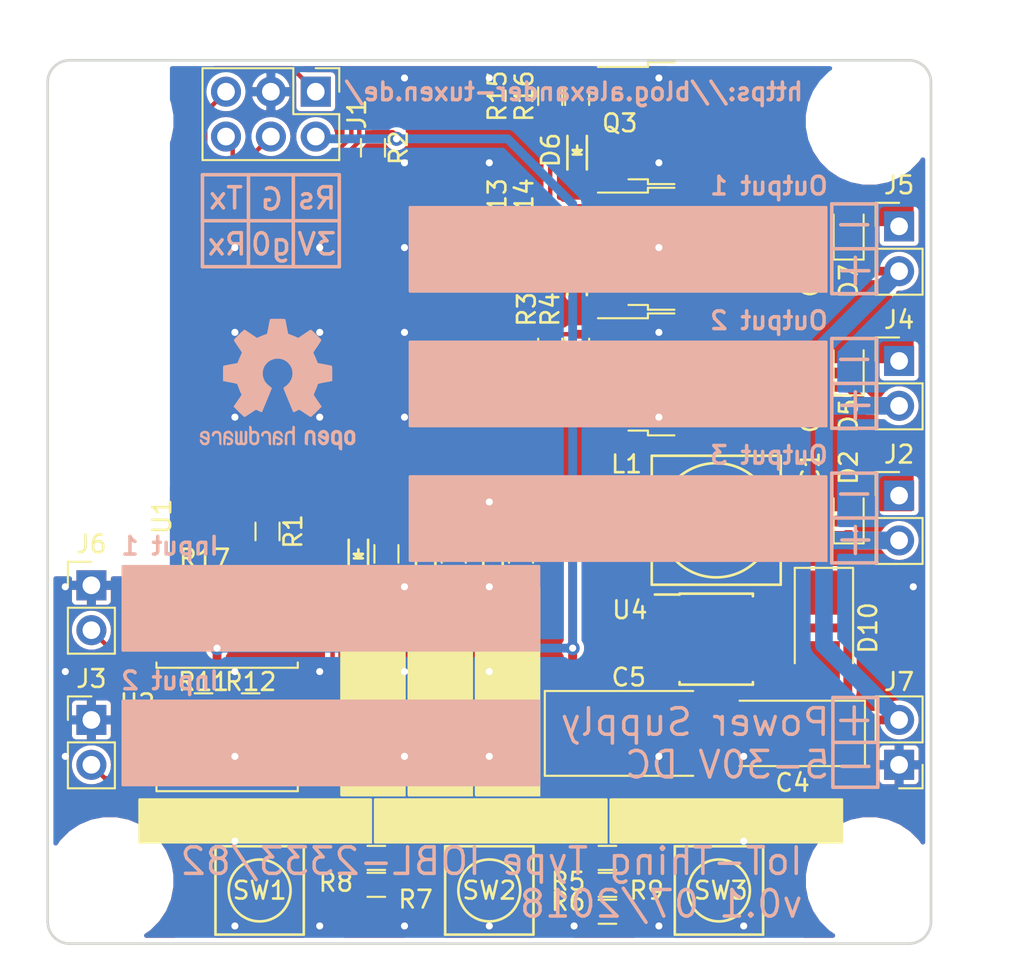
<source format=kicad_pcb>
(kicad_pcb (version 20171130) (host pcbnew 5.0.0-rc3-unknown-eaf938c~65~ubuntu16.04.1)
  (layers (0 F.Cu signal) (31 B.Cu signal) (34 B.Paste user) (35 F.Paste user) (36 B.SilkS user) (37 F.SilkS user) (38 B.Mask user) (39 F.Mask user) (44 Edge.Cuts user))
  (net 0 "")
  (net 1 +12V)
  (net 2 "Net-(C1-Pad2)")
  (net 3 "Net-(C2-Pad2)")
  (net 4 "Net-(C3-Pad2)")
  (net 5 GND)
  (net 6 +3V3)
  (net 7 "Net-(D1-Pad2)")
  (net 8 "Net-(D3-Pad1)")
  (net 9 /ESP-12E/ESP_GPIO10)
  (net 10 "Net-(D4-Pad2)")
  (net 11 "Net-(D6-Pad2)")
  (net 12 /ESP-12E/ESP_GPIO16)
  (net 13 "Net-(D8-Pad1)")
  (net 14 /ESP-12E/ESP_GPIO14)
  (net 15 "Net-(D9-Pad1)")
  (net 16 "Net-(D10-Pad1)")
  (net 17 /ESP-12E/ESP_RXD)
  (net 18 /ESP-12E/ESP_TXD)
  (net 19 /ESP-12E/gpio0)
  (net 20 /ESP-12E/reset)
  (net 21 "Net-(J3-Pad2)")
  (net 22 "Net-(J6-Pad2)")
  (net 23 /ESP-12E/ESP_GPIO5)
  (net 24 /ESP-12E/ESP_GPIO4)
  (net 25 /ESP-12E/ESP_GPIO9)
  (net 26 "Net-(R1-Pad1)")
  (net 27 "Net-(R2-Pad2)")
  (net 28 /ESP-12E/ESP_ADC)
  (net 29 "Net-(R7-Pad1)")
  (net 30 "Net-(R8-Pad1)")
  (net 31 "Net-(R9-Pad1)")
  (net 32 "Net-(R11-Pad2)")
  (net 33 /ESP-12E/ESP_GPIO12)
  (net 34 "Net-(R17-Pad2)")
  (net 35 /ESP-12E/ESP_GPIO13)
  (net 36 "Net-(U1-Pad9)")
  (net 37 "Net-(U1-Pad10)")
  (net 38 "Net-(U1-Pad13)")
  (net 39 "Net-(U1-Pad14)")
  (module alis_parts:via_04 (layer F.Cu) (at 1 34.6)
    (fp_text reference "" hide)
    (fp_text value "")
    (pad 1 thru_hole circle (at 0 0) (size 0.8 0.8) (drill 0.4) (layers *.Cu) (net 5 GND))
  )
  (module alis_parts:via_04 (layer F.Cu) (at 15.4 34.6)
    (fp_text reference "" hide)
    (fp_text value "")
    (pad 1 thru_hole circle (at 0 0) (size 0.8 0.8) (drill 0.4) (layers *.Cu) (net 5 GND))
  )
  (module alis_parts:via_04 (layer F.Cu) (at 10.6 34.6)
    (fp_text reference "" hide)
    (fp_text value "")
    (pad 1 thru_hole circle (at 0 0) (size 0.8 0.8) (drill 0.4) (layers *.Cu) (net 5 GND))
  )
  (module alis_parts:via_04 (layer F.Cu) (at 20.2 34.6)
    (fp_text reference "" hide)
    (fp_text value "")
    (pad 1 thru_hole circle (at 0 0) (size 0.8 0.8) (drill 0.4) (layers *.Cu) (net 5 GND))
  )
  (module alis_parts:via_04 (layer F.Cu) (at 25 34.6)
    (fp_text reference "" hide)
    (fp_text value "")
    (pad 1 thru_hole circle (at 0 0) (size 0.8 0.8) (drill 0.4) (layers *.Cu) (net 5 GND))
  )
  (module alis_parts:via_04 (layer F.Cu) (at 34.6 39.4)
    (fp_text reference "" hide)
    (fp_text value "")
    (pad 1 thru_hole circle (at 0 0) (size 0.8 0.8) (drill 0.4) (layers *.Cu) (net 5 GND))
  )
  (module alis_parts:via_04 (layer F.Cu) (at 39.4 39.4)
    (fp_text reference "" hide)
    (fp_text value "")
    (pad 1 thru_hole circle (at 0 0) (size 0.8 0.8) (drill 0.4) (layers *.Cu) (net 5 GND))
  )
  (module alis_parts:via_04 (layer F.Cu) (at 39.4 44.2)
    (fp_text reference "" hide)
    (fp_text value "")
    (pad 1 thru_hole circle (at 0 0) (size 0.8 0.8) (drill 0.4) (layers *.Cu) (net 5 GND))
  )
  (module alis_parts:via_04 (layer F.Cu) (at 39.4 49)
    (fp_text reference "" hide)
    (fp_text value "")
    (pad 1 thru_hole circle (at 0 0) (size 0.8 0.8) (drill 0.4) (layers *.Cu) (net 5 GND))
  )
  (module alis_parts:via_04 (layer F.Cu) (at 34.6 49)
    (fp_text reference "" hide)
    (fp_text value "")
    (pad 1 thru_hole circle (at 0 0) (size 0.8 0.8) (drill 0.4) (layers *.Cu) (net 5 GND))
  )
  (module alis_parts:via_04 (layer F.Cu) (at 29.8 49)
    (fp_text reference "" hide)
    (fp_text value "")
    (pad 1 thru_hole circle (at 0 0) (size 0.8 0.8) (drill 0.4) (layers *.Cu) (net 5 GND))
  )
  (module alis_parts:via_04 (layer F.Cu) (at 25 49)
    (fp_text reference "" hide)
    (fp_text value "")
    (pad 1 thru_hole circle (at 0 0) (size 0.8 0.8) (drill 0.4) (layers *.Cu) (net 5 GND))
  )
  (module alis_parts:via_04 (layer F.Cu) (at 20.2 49)
    (fp_text reference "" hide)
    (fp_text value "")
    (pad 1 thru_hole circle (at 0 0) (size 0.8 0.8) (drill 0.4) (layers *.Cu) (net 5 GND))
  )
  (module alis_parts:via_04 (layer F.Cu) (at 15.4 49)
    (fp_text reference "" hide)
    (fp_text value "")
    (pad 1 thru_hole circle (at 0 0) (size 0.8 0.8) (drill 0.4) (layers *.Cu) (net 5 GND))
  )
  (module alis_parts:via_04 (layer F.Cu) (at 10.6 49)
    (fp_text reference "" hide)
    (fp_text value "")
    (pad 1 thru_hole circle (at 0 0) (size 0.8 0.8) (drill 0.4) (layers *.Cu) (net 5 GND))
  )
  (module alis_parts:via_04 (layer F.Cu) (at 10.6 44.2)
    (fp_text reference "" hide)
    (fp_text value "")
    (pad 1 thru_hole circle (at 0 0) (size 0.8 0.8) (drill 0.4) (layers *.Cu) (net 5 GND))
  )
  (module alis_parts:via_04 (layer F.Cu) (at 25 39.4)
    (fp_text reference "" hide)
    (fp_text value "")
    (pad 1 thru_hole circle (at 0 0) (size 0.8 0.8) (drill 0.4) (layers *.Cu) (net 5 GND))
  )
  (module alis_parts:via_04 (layer F.Cu) (at 20.2 39.4)
    (fp_text reference "" hide)
    (fp_text value "")
    (pad 1 thru_hole circle (at 0 0) (size 0.8 0.8) (drill 0.4) (layers *.Cu) (net 5 GND))
  )
  (module alis_parts:via_04 (layer F.Cu) (at 10.6 39.4)
    (fp_text reference "" hide)
    (fp_text value "")
    (pad 1 thru_hole circle (at 0 0) (size 0.8 0.8) (drill 0.4) (layers *.Cu) (net 5 GND))
  )
  (module alis_parts:via_04 (layer F.Cu) (at 1 39.4)
    (fp_text reference "" hide)
    (fp_text value "")
    (pad 1 thru_hole circle (at 0 0) (size 0.8 0.8) (drill 0.4) (layers *.Cu) (net 5 GND))
  )
  (module alis_parts:via_04 (layer F.Cu) (at 49 29.8)
    (fp_text reference "" hide)
    (fp_text value "")
    (pad 1 thru_hole circle (at 0 0) (size 0.8 0.8) (drill 0.4) (layers *.Cu) (net 5 GND))
  )
  (module alis_parts:via_04 (layer F.Cu) (at 25 29.8)
    (fp_text reference "" hide)
    (fp_text value "")
    (pad 1 thru_hole circle (at 0 0) (size 0.8 0.8) (drill 0.4) (layers *.Cu) (net 5 GND))
  )
  (module alis_parts:via_04 (layer F.Cu) (at 20.2 29.8)
    (fp_text reference "" hide)
    (fp_text value "")
    (pad 1 thru_hole circle (at 0 0) (size 0.8 0.8) (drill 0.4) (layers *.Cu) (net 5 GND))
  )
  (module alis_parts:via_04 (layer F.Cu) (at 1 29.8)
    (fp_text reference "" hide)
    (fp_text value "")
    (pad 1 thru_hole circle (at 0 0) (size 0.8 0.8) (drill 0.4) (layers *.Cu) (net 5 GND))
  )
  (module alis_parts:via_04 (layer F.Cu) (at 25 25)
    (fp_text reference "" hide)
    (fp_text value "")
    (pad 1 thru_hole circle (at 0 0) (size 0.8 0.8) (drill 0.4) (layers *.Cu) (net 5 GND))
  )
  (module alis_parts:via_04 (layer F.Cu) (at 34.6 20.2)
    (fp_text reference "" hide)
    (fp_text value "")
    (pad 1 thru_hole circle (at 0 0) (size 0.8 0.8) (drill 0.4) (layers *.Cu) (net 5 GND))
  )
  (module alis_parts:via_04 (layer F.Cu) (at 20.2 20.2)
    (fp_text reference "" hide)
    (fp_text value "")
    (pad 1 thru_hole circle (at 0 0) (size 0.8 0.8) (drill 0.4) (layers *.Cu) (net 5 GND))
  )
  (module alis_parts:via_04 (layer F.Cu) (at 15.4 20.2)
    (fp_text reference "" hide)
    (fp_text value "")
    (pad 1 thru_hole circle (at 0 0) (size 0.8 0.8) (drill 0.4) (layers *.Cu) (net 5 GND))
  )
  (module alis_parts:via_04 (layer F.Cu) (at 10.6 20.2)
    (fp_text reference "" hide)
    (fp_text value "")
    (pad 1 thru_hole circle (at 0 0) (size 0.8 0.8) (drill 0.4) (layers *.Cu) (net 5 GND))
  )
  (module alis_parts:via_04 (layer F.Cu) (at 34.6 15.4)
    (fp_text reference "" hide)
    (fp_text value "")
    (pad 1 thru_hole circle (at 0 0) (size 0.8 0.8) (drill 0.4) (layers *.Cu) (net 5 GND))
  )
  (module alis_parts:via_04 (layer F.Cu) (at 20.2 15.4)
    (fp_text reference "" hide)
    (fp_text value "")
    (pad 1 thru_hole circle (at 0 0) (size 0.8 0.8) (drill 0.4) (layers *.Cu) (net 5 GND))
  )
  (module alis_parts:via_04 (layer F.Cu) (at 15.4 15.4)
    (fp_text reference "" hide)
    (fp_text value "")
    (pad 1 thru_hole circle (at 0 0) (size 0.8 0.8) (drill 0.4) (layers *.Cu) (net 5 GND))
  )
  (module alis_parts:via_04 (layer F.Cu) (at 10.6 15.4)
    (fp_text reference "" hide)
    (fp_text value "")
    (pad 1 thru_hole circle (at 0 0) (size 0.8 0.8) (drill 0.4) (layers *.Cu) (net 5 GND))
  )
  (module alis_parts:via_04 (layer F.Cu) (at 34.6 10.6)
    (fp_text reference "" hide)
    (fp_text value "")
    (pad 1 thru_hole circle (at 0 0) (size 0.8 0.8) (drill 0.4) (layers *.Cu) (net 5 GND))
  )
  (module alis_parts:via_04 (layer F.Cu) (at 20.2 10.6)
    (fp_text reference "" hide)
    (fp_text value "")
    (pad 1 thru_hole circle (at 0 0) (size 0.8 0.8) (drill 0.4) (layers *.Cu) (net 5 GND))
  )
  (module alis_parts:via_04 (layer F.Cu) (at 15.4 10.6)
    (fp_text reference "" hide)
    (fp_text value "")
    (pad 1 thru_hole circle (at 0 0) (size 0.8 0.8) (drill 0.4) (layers *.Cu) (net 5 GND))
  )
  (module alis_parts:via_04 (layer F.Cu) (at 10.6 10.6)
    (fp_text reference "" hide)
    (fp_text value "")
    (pad 1 thru_hole circle (at 0 0) (size 0.8 0.8) (drill 0.4) (layers *.Cu) (net 5 GND))
  )
  (module alis_parts:via_04 (layer F.Cu) (at 34.6 5.8)
    (fp_text reference "" hide)
    (fp_text value "")
    (pad 1 thru_hole circle (at 0 0) (size 0.8 0.8) (drill 0.4) (layers *.Cu) (net 5 GND))
  )
  (module alis_parts:via_04 (layer F.Cu) (at 25 5.8)
    (fp_text reference "" hide)
    (fp_text value "")
    (pad 1 thru_hole circle (at 0 0) (size 0.8 0.8) (drill 0.4) (layers *.Cu) (net 5 GND))
  )
  (module alis_parts:via_04 (layer F.Cu) (at 20.2 5.8)
    (fp_text reference "" hide)
    (fp_text value "")
    (pad 1 thru_hole circle (at 0 0) (size 0.8 0.8) (drill 0.4) (layers *.Cu) (net 5 GND))
  )
  (module alis_parts:via_04 (layer F.Cu) (at 34.6 1)
    (fp_text reference "" hide)
    (fp_text value "")
    (pad 1 thru_hole circle (at 0 0) (size 0.8 0.8) (drill 0.4) (layers *.Cu) (net 5 GND))
  )
  (module alis_parts:via_04 (layer F.Cu) (at 25 1)
    (fp_text reference "" hide)
    (fp_text value "")
    (pad 1 thru_hole circle (at 0 0) (size 0.8 0.8) (drill 0.4) (layers *.Cu) (net 5 GND))
  )
  (module alis_parts:via_04 (layer F.Cu) (at 20.2 1)
    (fp_text reference "" hide)
    (fp_text value "")
    (pad 1 thru_hole circle (at 0 0) (size 0.8 0.8) (drill 0.4) (layers *.Cu) (net 5 GND))
  )
  (module alis_parts:Pin_Header_Straight_2x03_Pitch2.54mm (layer F.Cu) (at 15.1765 1.778 270)
    (fp_text reference J1 (at 1.27 -2.33 270) (layer F.SilkS))
    (fp_text value "ESP UART")
    (pad 6 thru_hole oval (at 2.54 5.08 270) (size 1.7 1.7) (drill 1) (layers *.Cu *.Mask) (net 17 /ESP-12E/ESP_RXD))
    (pad 5 thru_hole oval (at 0 5.08 270) (size 1.7 1.7) (drill 1) (layers *.Cu *.Mask) (net 18 /ESP-12E/ESP_TXD))
    (pad 4 thru_hole oval (at 2.54 2.54 270) (size 1.7 1.7) (drill 1) (layers *.Cu *.Mask) (net 19 /ESP-12E/gpio0))
    (pad 3 thru_hole oval (at 0 2.54 270) (size 1.7 1.7) (drill 1) (layers *.Cu *.Mask) (net 5 GND))
    (pad 2 thru_hole oval (at 2.54 0 270) (size 1.7 1.7) (drill 1) (layers *.Cu *.Mask) (net 6 +3V3))
    (pad 1 thru_hole rect (at 0 0 270) (size 1.7 1.7) (drill 1) (layers *.Cu *.Mask) (net 20 /ESP-12E/reset))
  )
  (module alis_parts:MountingHole_3.2mm_M3 (layer F.Cu) (at 46.5 3.5)
    (fp_text reference M3 hide)
    (fp_text value MOUNTING_HOLE)
    (pad "" np_thru_hole circle (at 0.018 -0.056) (size 3.2 3.2) (drill 3.2) (layers *.Cu *.Mask) (clearance 2))
  )
  (module alis_parts:MountingHole_3.2mm_M3 (layer F.Cu) (at 3.5 46.5)
    (fp_text reference M1 hide)
    (fp_text value MOUNTING_HOLE)
    (pad "" np_thru_hole circle (at 0.018 -0.056) (size 3.2 3.2) (drill 3.2) (layers *.Cu *.Mask) (clearance 2))
  )
  (module alis_parts:MountingHole_3.2mm_M3 (layer F.Cu) (at 46.5 46.5)
    (fp_text reference M2 hide)
    (fp_text value MOUNTING_HOLE)
    (pad "" np_thru_hole circle (at 0.018 -0.056) (size 3.2 3.2) (drill 3.2) (layers *.Cu *.Mask) (clearance 2))
  )
  (module alis_parts:MountingHole_3.2mm_M3 (layer F.Cu) (at 3.5 3.5)
    (fp_text reference M4 hide)
    (fp_text value MOUNTING_HOLE)
    (pad "" np_thru_hole circle (at 0.018 -0.056) (size 3.2 3.2) (drill 3.2) (layers *.Cu *.Mask) (clearance 2))
  )
  (module alis_parts:Choke_SMD_7.3x7.3_H4.5 (layer F.Cu) (at 37.846 26.035)
    (fp_text reference L1 (at -5.08 -3.175) (layer F.SilkS))
    (fp_text value 100uH)
    (pad 2 smd rect (at 2.5 0) (size 3 7.5) (layers F.Cu F.Paste F.Mask) (net 16 "Net-(D10-Pad1)"))
    (pad 1 smd rect (at -2.5 0) (size 3 7.5) (layers F.Cu F.Paste F.Mask) (net 6 +3V3))
  )
  (module alis_parts:SOIC-8-1EP_3.9x4.9mm_Pitch1.27mm (layer F.Cu) (at 37.846 32.766)
    (fp_text reference U4 (at -4.8895 -1.651) (layer F.SilkS))
    (fp_text value LM2594HVM-3.3)
    (pad 9 smd rect (at -0.5875 -0.5875) (size 1.175 1.175) (layers F.Cu F.Paste F.Mask) (net 5 GND))
    (pad 9 smd rect (at -0.5875 0.5875) (size 1.175 1.175) (layers F.Cu F.Paste F.Mask) (net 5 GND))
    (pad 9 smd rect (at 0.5875 -0.5875) (size 1.175 1.175) (layers F.Cu F.Paste F.Mask) (net 5 GND))
    (pad 9 smd rect (at 0.5875 0.5875) (size 1.175 1.175) (layers F.Cu F.Paste F.Mask) (net 5 GND))
    (pad 8 smd rect (at 2.7 -1.905) (size 1.55 0.6) (layers F.Cu F.Paste F.Mask) (net 16 "Net-(D10-Pad1)"))
    (pad 7 smd rect (at 2.7 -0.635) (size 1.55 0.6) (layers F.Cu F.Paste F.Mask) (net 1 +12V))
    (pad 6 smd rect (at 2.7 0.635) (size 1.55 0.6) (layers F.Cu F.Paste F.Mask) (net 5 GND))
    (pad 5 smd rect (at 2.7 1.905) (size 1.55 0.6) (layers F.Cu F.Paste F.Mask) (net 5 GND))
    (pad 4 smd rect (at -2.7 1.905) (size 1.55 0.6) (layers F.Cu F.Paste F.Mask) (net 6 +3V3))
    (pad 3 smd rect (at -2.7 0.635) (size 1.55 0.6) (layers F.Cu F.Paste F.Mask) (net 5 GND))
    (pad 2 smd rect (at -2.7 -0.635) (size 1.55 0.6) (layers F.Cu F.Paste F.Mask) (net 5 GND))
    (pad 1 smd rect (at -2.7 -1.905) (size 1.55 0.6) (layers F.Cu F.Paste F.Mask) (net 5 GND))
  )
  (module alis_parts:LED-0603 (layer F.Cu) (at 25.2095 27.94 90)
    (fp_text reference D3 (at 2.9845 4.6355 90) (layer F.SilkS))
    (fp_text value LED)
    (pad 2 smd rect (at 0.7493 0 270) (size 0.79756 0.79756) (layers F.Cu F.Paste F.Mask) (net 25 /ESP-12E/ESP_GPIO9))
    (pad 1 smd rect (at -0.7493 0 270) (size 0.79756 0.79756) (layers F.Cu F.Paste F.Mask) (net 8 "Net-(D3-Pad1)"))
  )
  (module alis_parts:LED-0603 (layer F.Cu) (at 29.972 19.304 90)
    (fp_text reference D1 (at 0 -1.5 90) (layer F.SilkS))
    (fp_text value LED)
    (pad 2 smd rect (at 0.7493 0 270) (size 0.79756 0.79756) (layers F.Cu F.Paste F.Mask) (net 7 "Net-(D1-Pad2)"))
    (pad 1 smd rect (at -0.7493 0 270) (size 0.79756 0.79756) (layers F.Cu F.Paste F.Mask) (net 5 GND))
  )
  (module alis_parts:LED-0603 (layer F.Cu) (at 29.972 12.192 90)
    (fp_text reference D4 (at 0 -1.5 90) (layer F.SilkS))
    (fp_text value LED)
    (pad 2 smd rect (at 0.7493 0 270) (size 0.79756 0.79756) (layers F.Cu F.Paste F.Mask) (net 10 "Net-(D4-Pad2)"))
    (pad 1 smd rect (at -0.7493 0 270) (size 0.79756 0.79756) (layers F.Cu F.Paste F.Mask) (net 5 GND))
  )
  (module alis_parts:LED-0603 (layer F.Cu) (at 29.972 5.08 90)
    (fp_text reference D6 (at 0 -1.5 90) (layer F.SilkS))
    (fp_text value LED)
    (pad 2 smd rect (at 0.7493 0 270) (size 0.79756 0.79756) (layers F.Cu F.Paste F.Mask) (net 11 "Net-(D6-Pad2)"))
    (pad 1 smd rect (at -0.7493 0 270) (size 0.79756 0.79756) (layers F.Cu F.Paste F.Mask) (net 5 GND))
  )
  (module alis_parts:LED-0603 (layer F.Cu) (at 17.5895 27.94 90)
    (fp_text reference D8 (at 2.9845 7.1755 90) (layer F.SilkS))
    (fp_text value LED)
    (pad 2 smd rect (at 0.7493 0 270) (size 0.79756 0.79756) (layers F.Cu F.Paste F.Mask) (net 33 /ESP-12E/ESP_GPIO12))
    (pad 1 smd rect (at -0.7493 0 270) (size 0.79756 0.79756) (layers F.Cu F.Paste F.Mask) (net 13 "Net-(D8-Pad1)"))
  )
  (module alis_parts:LED-0603 (layer F.Cu) (at 21.3995 27.94 90)
    (fp_text reference D9 (at 2.9845 5.9055 90) (layer F.SilkS))
    (fp_text value LED)
    (pad 2 smd rect (at 0.7493 0 270) (size 0.79756 0.79756) (layers F.Cu F.Paste F.Mask) (net 35 /ESP-12E/ESP_GPIO13))
    (pad 1 smd rect (at -0.7493 0 270) (size 0.79756 0.79756) (layers F.Cu F.Paste F.Mask) (net 15 "Net-(D9-Pad1)"))
  )
  (module alis_parts:BUTTON_5.1 (layer F.Cu) (at 38 46.99)
    (fp_text reference SW3 (at 0.1 0) (layer F.SilkS))
    (fp_text value SW_PUSH)
    (pad 1 smd rect (at -3.65 -1.85) (size 1.7 1) (layers F.Cu F.Paste F.Mask) (net 31 "Net-(R9-Pad1)"))
    (pad 1 smd rect (at 3.65 -1.85) (size 1.7 1) (layers F.Cu F.Paste F.Mask) (net 31 "Net-(R9-Pad1)"))
    (pad 2 smd rect (at -3.65 1.85) (size 1.7 1) (layers F.Cu F.Paste F.Mask) (net 5 GND))
    (pad 2 smd rect (at 3.65 1.85) (size 1.7 1) (layers F.Cu F.Paste F.Mask) (net 5 GND))
  )
  (module alis_parts:BUTTON_5.1 (layer F.Cu) (at 12 46.99)
    (fp_text reference SW1 (at 0.0015 0) (layer F.SilkS))
    (fp_text value SW_PUSH)
    (pad 1 smd rect (at -3.65 -1.85) (size 1.7 1) (layers F.Cu F.Paste F.Mask) (net 29 "Net-(R7-Pad1)"))
    (pad 1 smd rect (at 3.65 -1.85) (size 1.7 1) (layers F.Cu F.Paste F.Mask) (net 29 "Net-(R7-Pad1)"))
    (pad 2 smd rect (at -3.65 1.85) (size 1.7 1) (layers F.Cu F.Paste F.Mask) (net 5 GND))
    (pad 2 smd rect (at 3.65 1.85) (size 1.7 1) (layers F.Cu F.Paste F.Mask) (net 5 GND))
  )
  (module alis_parts:BUTTON_5.1 (layer F.Cu) (at 25 46.99)
    (fp_text reference SW2 (at 0 0) (layer F.SilkS))
    (fp_text value SW_PUSH)
    (pad 2 smd rect (at 3.65 1.85) (size 1.7 1) (layers F.Cu F.Paste F.Mask) (net 5 GND))
    (pad 2 smd rect (at -3.65 1.85) (size 1.7 1) (layers F.Cu F.Paste F.Mask) (net 5 GND))
    (pad 1 smd rect (at 3.65 -1.85) (size 1.7 1) (layers F.Cu F.Paste F.Mask) (net 30 "Net-(R8-Pad1)"))
    (pad 1 smd rect (at -3.65 -1.85) (size 1.7 1) (layers F.Cu F.Paste F.Mask) (net 30 "Net-(R8-Pad1)"))
  )
  (module alis_parts:CP_Tantalum_Case-C_EIA-6032-28_Reflow (layer F.Cu) (at 42.164 38.1 180)
    (fp_text reference C4 (at 0 -2.794 180) (layer F.SilkS))
    (fp_text value 68uF)
    (pad 2 smd rect (at 2.525 0 180) (size 2.55 2.5) (layers F.Cu F.Paste F.Mask) (net 5 GND))
    (pad 1 smd rect (at -2.525 0 180) (size 2.55 2.5) (layers F.Cu F.Paste F.Mask) (net 1 +12V))
  )
  (module alis_parts:CP_Tantalum_Case-D_EIA-7343-31_Reflow (layer F.Cu) (at 32.893 38.1)
    (fp_text reference C5 (at 0 -3.175) (layer F.SilkS))
    (fp_text value 120uF)
    (pad 2 smd rect (at 3.175 0) (size 2.55 2.7) (layers F.Cu F.Paste F.Mask) (net 5 GND))
    (pad 1 smd rect (at -3.175 0) (size 2.55 2.7) (layers F.Cu F.Paste F.Mask) (net 6 +3V3))
  )
  (module alis_parts:D_SMA (layer F.Cu) (at 43.942 32.131 270)
    (fp_text reference D10 (at 0 -2.5 270) (layer F.SilkS))
    (fp_text value 1N5817)
    (pad 2 smd rect (at 2 0 270) (size 2.5 1.8) (layers F.Cu F.Paste F.Mask) (net 5 GND))
    (pad 1 smd rect (at -2 0 270) (size 2.5 1.8) (layers F.Cu F.Paste F.Mask) (net 16 "Net-(D10-Pad1)"))
  )
  (module alis_parts:R_0603 (layer F.Cu) (at 12.446 26.67 270)
    (fp_text reference R1 (at 0 -1.45 270) (layer F.SilkS))
    (fp_text value 10k)
    (pad 2 smd rect (at 0.75 0 270) (size 0.5 0.9) (layers F.Cu F.Paste F.Mask) (net 6 +3V3))
    (pad 1 smd rect (at -0.75 0 270) (size 0.5 0.9) (layers F.Cu F.Paste F.Mask) (net 26 "Net-(R1-Pad1)"))
  )
  (module alis_parts:R_0603 (layer F.Cu) (at 18.415 4.953 270)
    (fp_text reference R2 (at 0 -1.45 270) (layer F.SilkS))
    (fp_text value 10k)
    (pad 2 smd rect (at 0.75 0 270) (size 0.5 0.9) (layers F.Cu F.Paste F.Mask) (net 27 "Net-(R2-Pad2)"))
    (pad 1 smd rect (at -0.75 0 270) (size 0.5 0.9) (layers F.Cu F.Paste F.Mask) (net 6 +3V3))
  )
  (module alis_parts:R_0603 (layer F.Cu) (at 28.448 16.256 270)
    (fp_text reference R3 (at -2.159 1.3335 270) (layer F.SilkS))
    (fp_text value 10k)
    (pad 1 smd rect (at -0.75 0 270) (size 0.5 0.9) (layers F.Cu F.Paste F.Mask) (net 9 /ESP-12E/ESP_GPIO10))
    (pad 2 smd rect (at 0.75 0 270) (size 0.5 0.9) (layers F.Cu F.Paste F.Mask) (net 5 GND))
  )
  (module alis_parts:R_0603 (layer F.Cu) (at 29.972 16.256 270)
    (fp_text reference R4 (at -2.159 1.524 270) (layer F.SilkS))
    (fp_text value 330)
    (pad 2 smd rect (at 0.75 0 270) (size 0.5 0.9) (layers F.Cu F.Paste F.Mask) (net 7 "Net-(D1-Pad2)"))
    (pad 1 smd rect (at -0.75 0 270) (size 0.5 0.9) (layers F.Cu F.Paste F.Mask) (net 9 /ESP-12E/ESP_GPIO10))
  )
  (module alis_parts:R_0603 (layer F.Cu) (at 31.6865 45.1485 180)
    (fp_text reference R5 (at 2.2225 -1.3335 180) (layer F.SilkS))
    (fp_text value 12k)
    (pad 1 smd rect (at -0.75 0 180) (size 0.5 0.9) (layers F.Cu F.Paste F.Mask) (net 6 +3V3))
    (pad 2 smd rect (at 0.75 0 180) (size 0.5 0.9) (layers F.Cu F.Paste F.Mask) (net 28 /ESP-12E/ESP_ADC))
  )
  (module alis_parts:R_0603 (layer F.Cu) (at 31.6865 48.1965)
    (fp_text reference R6 (at -2.2225 -0.5715) (layer F.SilkS))
    (fp_text value 4k7)
    (pad 1 smd rect (at -0.75 0) (size 0.5 0.9) (layers F.Cu F.Paste F.Mask) (net 28 /ESP-12E/ESP_ADC))
    (pad 2 smd rect (at 0.75 0) (size 0.5 0.9) (layers F.Cu F.Paste F.Mask) (net 5 GND))
  )
  (module alis_parts:R_0603 (layer F.Cu) (at 18.6055 46.6725 180)
    (fp_text reference R7 (at -2.2225 -0.8255 180) (layer F.SilkS))
    (fp_text value 1R)
    (pad 2 smd rect (at 0.75 0 180) (size 0.5 0.9) (layers F.Cu F.Paste F.Mask) (net 28 /ESP-12E/ESP_ADC))
    (pad 1 smd rect (at -0.75 0 180) (size 0.5 0.9) (layers F.Cu F.Paste F.Mask) (net 29 "Net-(R7-Pad1)"))
  )
  (module alis_parts:R_0603 (layer F.Cu) (at 18.6055 45.1485 180)
    (fp_text reference R8 (at 2.286 -1.397 180) (layer F.SilkS))
    (fp_text value 1k)
    (pad 1 smd rect (at -0.75 0 180) (size 0.5 0.9) (layers F.Cu F.Paste F.Mask) (net 30 "Net-(R8-Pad1)"))
    (pad 2 smd rect (at 0.75 0 180) (size 0.5 0.9) (layers F.Cu F.Paste F.Mask) (net 28 /ESP-12E/ESP_ADC))
  )
  (module alis_parts:R_0603 (layer F.Cu) (at 31.6865 46.6725 180)
    (fp_text reference R9 (at -2.2225 -0.3175 180) (layer F.SilkS))
    (fp_text value 4k7)
    (pad 1 smd rect (at -0.75 0 180) (size 0.5 0.9) (layers F.Cu F.Paste F.Mask) (net 31 "Net-(R9-Pad1)"))
    (pad 2 smd rect (at 0.75 0 180) (size 0.5 0.9) (layers F.Cu F.Paste F.Mask) (net 28 /ESP-12E/ESP_ADC))
  )
  (module alis_parts:R_0603 (layer F.Cu) (at 26.797 27.94 90)
    (fp_text reference R10 (at 2.9845 4.318 90) (layer F.SilkS))
    (fp_text value 330)
    (pad 2 smd rect (at 0.75 0 90) (size 0.5 0.9) (layers F.Cu F.Paste F.Mask) (net 5 GND))
    (pad 1 smd rect (at -0.75 0 90) (size 0.5 0.9) (layers F.Cu F.Paste F.Mask) (net 8 "Net-(D3-Pad1)"))
  )
  (module alis_parts:R_0603 (layer F.Cu) (at 28.448 9.144 270)
    (fp_text reference R13 (at -1.016 2.995 270) (layer F.SilkS))
    (fp_text value 10k)
    (pad 2 smd rect (at 0.75 0 270) (size 0.5 0.9) (layers F.Cu F.Paste F.Mask) (net 5 GND))
    (pad 1 smd rect (at -0.75 0 270) (size 0.5 0.9) (layers F.Cu F.Paste F.Mask) (net 24 /ESP-12E/ESP_GPIO4))
  )
  (module alis_parts:R_0603 (layer F.Cu) (at 29.972 9.144 270)
    (fp_text reference R14 (at -1.016 2.995 270) (layer F.SilkS))
    (fp_text value 330)
    (pad 1 smd rect (at -0.75 0 270) (size 0.5 0.9) (layers F.Cu F.Paste F.Mask) (net 24 /ESP-12E/ESP_GPIO4))
    (pad 2 smd rect (at 0.75 0 270) (size 0.5 0.9) (layers F.Cu F.Paste F.Mask) (net 10 "Net-(D4-Pad2)"))
  )
  (module alis_parts:R_0603 (layer F.Cu) (at 28.448 2.032 270)
    (fp_text reference R15 (at 0 2.995 270) (layer F.SilkS))
    (fp_text value 10k)
    (pad 2 smd rect (at 0.75 0 270) (size 0.5 0.9) (layers F.Cu F.Paste F.Mask) (net 5 GND))
    (pad 1 smd rect (at -0.75 0 270) (size 0.5 0.9) (layers F.Cu F.Paste F.Mask) (net 23 /ESP-12E/ESP_GPIO5))
  )
  (module alis_parts:R_0603 (layer F.Cu) (at 29.972 2.032 270)
    (fp_text reference R16 (at 0 2.995 270) (layer F.SilkS))
    (fp_text value 330)
    (pad 1 smd rect (at -0.75 0 270) (size 0.5 0.9) (layers F.Cu F.Paste F.Mask) (net 23 /ESP-12E/ESP_GPIO5))
    (pad 2 smd rect (at 0.75 0 270) (size 0.5 0.9) (layers F.Cu F.Paste F.Mask) (net 11 "Net-(D6-Pad2)"))
  )
  (module alis_parts:R_0603 (layer F.Cu) (at 19.177 27.94 90)
    (fp_text reference R19 (at 2.9845 6.858 90) (layer F.SilkS))
    (fp_text value 330)
    (pad 2 smd rect (at 0.75 0 90) (size 0.5 0.9) (layers F.Cu F.Paste F.Mask) (net 5 GND))
    (pad 1 smd rect (at -0.75 0 90) (size 0.5 0.9) (layers F.Cu F.Paste F.Mask) (net 13 "Net-(D8-Pad1)"))
  )
  (module alis_parts:R_0603 (layer F.Cu) (at 22.987 27.94 90)
    (fp_text reference R20 (at 2.9845 5.588 90) (layer F.SilkS))
    (fp_text value 330)
    (pad 1 smd rect (at -0.75 0 90) (size 0.5 0.9) (layers F.Cu F.Paste F.Mask) (net 15 "Net-(D9-Pad1)"))
    (pad 2 smd rect (at 0.75 0 90) (size 0.5 0.9) (layers F.Cu F.Paste F.Mask) (net 5 GND))
  )
  (module alis_parts:D_SOD-323 (layer F.Cu) (at 45.339 25.8445 90)
    (fp_text reference D2 (at 2.794 0 90) (layer F.SilkS))
    (fp_text value 1N4148)
    (pad 1 smd rect (at -1.05 0 90) (size 0.6 0.45) (layers F.Cu F.Paste F.Mask) (net 1 +12V))
    (pad 2 smd rect (at 1.05 0 90) (size 0.6 0.45) (layers F.Cu F.Paste F.Mask) (net 2 "Net-(C1-Pad2)"))
  )
  (module alis_parts:D_SOD-323 (layer F.Cu) (at 45.339 17.4625 90)
    (fp_text reference D5 (at -2.667 0 90) (layer F.SilkS))
    (fp_text value 1N4148)
    (pad 2 smd rect (at 1.05 0 90) (size 0.6 0.45) (layers F.Cu F.Paste F.Mask) (net 3 "Net-(C2-Pad2)"))
    (pad 1 smd rect (at -1.05 0 90) (size 0.6 0.45) (layers F.Cu F.Paste F.Mask) (net 1 +12V))
  )
  (module alis_parts:D_SOD-323 (layer F.Cu) (at 45.339 9.779 90)
    (fp_text reference D7 (at -2.7305 0 90) (layer F.SilkS))
    (fp_text value 1N4148)
    (pad 1 smd rect (at -1.05 0 90) (size 0.6 0.45) (layers F.Cu F.Paste F.Mask) (net 1 +12V))
    (pad 2 smd rect (at 1.05 0 90) (size 0.6 0.45) (layers F.Cu F.Paste F.Mask) (net 4 "Net-(C3-Pad2)"))
  )
  (module alis_parts:Pin_Header_Straight_1x02_Pitch2.54mm (layer F.Cu) (at 48.1965 24.638)
    (fp_text reference J2 (at 0 -2.33) (layer F.SilkS))
    (fp_text value Conn_01x02)
    (pad 1 thru_hole rect (at 0 0) (size 1.7 1.7) (drill 1) (layers *.Cu *.Mask) (net 2 "Net-(C1-Pad2)"))
    (pad 2 thru_hole oval (at 0 2.54) (size 1.7 1.7) (drill 1) (layers *.Cu *.Mask) (net 1 +12V))
  )
  (module alis_parts:Pin_Header_Straight_1x02_Pitch2.54mm (layer F.Cu) (at 48.1965 17.018)
    (fp_text reference J4 (at 0 -2.33) (layer F.SilkS))
    (fp_text value Conn_01x02)
    (pad 2 thru_hole oval (at 0 2.54) (size 1.7 1.7) (drill 1) (layers *.Cu *.Mask) (net 1 +12V))
    (pad 1 thru_hole rect (at 0 0) (size 1.7 1.7) (drill 1) (layers *.Cu *.Mask) (net 3 "Net-(C2-Pad2)"))
  )
  (module alis_parts:Pin_Header_Straight_1x02_Pitch2.54mm (layer F.Cu) (at 48.1965 9.398)
    (fp_text reference J5 (at 0 -2.33) (layer F.SilkS))
    (fp_text value Conn_01x02)
    (pad 1 thru_hole rect (at 0 0) (size 1.7 1.7) (drill 1) (layers *.Cu *.Mask) (net 4 "Net-(C3-Pad2)"))
    (pad 2 thru_hole oval (at 0 2.54) (size 1.7 1.7) (drill 1) (layers *.Cu *.Mask) (net 1 +12V))
  )
  (module alis_parts:Pin_Header_Straight_1x02_Pitch2.54mm (layer F.Cu) (at 48.1965 39.878 180)
    (fp_text reference J7 (at 0 4.699 180) (layer F.SilkS))
    (fp_text value Conn_01x02-conn)
    (pad 1 thru_hole rect (at 0 0 180) (size 1.7 1.7) (drill 1) (layers *.Cu *.Mask) (net 5 GND))
    (pad 2 thru_hole oval (at 0 2.54 180) (size 1.7 1.7) (drill 1) (layers *.Cu *.Mask) (net 1 +12V))
  )
  (module alis_parts:C_0603 (layer F.Cu) (at 43.18 25.8445 90)
    (fp_text reference C1 (at 2.7305 0 90) (layer F.SilkS))
    (fp_text value 100n)
    (pad 1 smd rect (at -0.75 0 90) (size 0.8 0.75) (layers F.Cu F.Paste F.Mask) (net 1 +12V))
    (pad 2 smd rect (at 0.75 0 90) (size 0.8 0.75) (layers F.Cu F.Paste F.Mask) (net 2 "Net-(C1-Pad2)"))
  )
  (module alis_parts:C_0603 (layer F.Cu) (at 43.18 17.4625 90)
    (fp_text reference C2 (at -2.667 0 90) (layer F.SilkS))
    (fp_text value 100n)
    (pad 1 smd rect (at -0.75 0 90) (size 0.8 0.75) (layers F.Cu F.Paste F.Mask) (net 1 +12V))
    (pad 2 smd rect (at 0.75 0 90) (size 0.8 0.75) (layers F.Cu F.Paste F.Mask) (net 3 "Net-(C2-Pad2)"))
  )
  (module alis_parts:C_0603 (layer F.Cu) (at 43.18 9.779 90)
    (fp_text reference C3 (at -2.667 0 90) (layer F.SilkS))
    (fp_text value 100n)
    (pad 2 smd rect (at 0.75 0 90) (size 0.8 0.75) (layers F.Cu F.Paste F.Mask) (net 4 "Net-(C3-Pad2)"))
    (pad 1 smd rect (at -0.75 0 90) (size 0.8 0.75) (layers F.Cu F.Paste F.Mask) (net 1 +12V))
  )
  (module alis_parts:ESP-12E (layer F.Cu) (at 8.476201 23.819 90)
    (fp_text reference U1 (at -2 -2 90) (layer F.SilkS))
    (fp_text value ESP-12E)
    (pad 9 smd oval (at 2.99 15.75 180) (size 2.4 1.1) (layers F.Cu F.Paste F.Mask) (net 36 "Net-(U1-Pad9)"))
    (pad 10 smd oval (at 4.99 15.75 180) (size 2.4 1.1) (layers F.Cu F.Paste F.Mask) (net 37 "Net-(U1-Pad10)"))
    (pad 11 smd oval (at 6.99 15.75 180) (size 2.4 1.1) (layers F.Cu F.Paste F.Mask) (net 25 /ESP-12E/ESP_GPIO9))
    (pad 12 smd oval (at 8.99 15.75 180) (size 2.4 1.1) (layers F.Cu F.Paste F.Mask) (net 9 /ESP-12E/ESP_GPIO10))
    (pad 13 smd oval (at 10.99 15.75 180) (size 2.4 1.1) (layers F.Cu F.Paste F.Mask) (net 38 "Net-(U1-Pad13)"))
    (pad 14 smd oval (at 12.99 15.75 180) (size 2.4 1.1) (layers F.Cu F.Paste F.Mask) (net 39 "Net-(U1-Pad14)"))
    (pad 1 smd rect (at 0 0 90) (size 2.4 1.1) (layers F.Cu F.Paste F.Mask) (net 20 /ESP-12E/reset))
    (pad 2 smd oval (at 0 2 90) (size 2.4 1.1) (layers F.Cu F.Paste F.Mask) (net 28 /ESP-12E/ESP_ADC))
    (pad 3 smd oval (at 0 4 90) (size 2.4 1.1) (layers F.Cu F.Paste F.Mask) (net 26 "Net-(R1-Pad1)"))
    (pad 4 smd oval (at 0 6 90) (size 2.4 1.1) (layers F.Cu F.Paste F.Mask) (net 12 /ESP-12E/ESP_GPIO16))
    (pad 5 smd oval (at 0 8 90) (size 2.4 1.1) (layers F.Cu F.Paste F.Mask) (net 14 /ESP-12E/ESP_GPIO14))
    (pad 6 smd oval (at 0 10 90) (size 2.4 1.1) (layers F.Cu F.Paste F.Mask) (net 33 /ESP-12E/ESP_GPIO12))
    (pad 7 smd oval (at 0 12 90) (size 2.4 1.1) (layers F.Cu F.Paste F.Mask) (net 35 /ESP-12E/ESP_GPIO13))
    (pad 8 smd oval (at 0 14 90) (size 2.4 1.1) (layers F.Cu F.Paste F.Mask) (net 6 +3V3))
    (pad 15 smd oval (at 16 14 90) (size 2.4 1.1) (layers F.Cu F.Paste F.Mask) (net 5 GND))
    (pad 16 smd oval (at 16 12 90) (size 2.4 1.1) (layers F.Cu F.Paste F.Mask) (net 5 GND))
    (pad 17 smd oval (at 16 10 90) (size 2.4 1.1) (layers F.Cu F.Paste F.Mask) (net 27 "Net-(R2-Pad2)"))
    (pad 18 smd oval (at 16 8 90) (size 2.4 1.1) (layers F.Cu F.Paste F.Mask) (net 19 /ESP-12E/gpio0))
    (pad 19 smd oval (at 16 6 90) (size 2.4 1.1) (layers F.Cu F.Paste F.Mask) (net 24 /ESP-12E/ESP_GPIO4))
    (pad 20 smd oval (at 16 4 90) (size 2.4 1.1) (layers F.Cu F.Paste F.Mask) (net 23 /ESP-12E/ESP_GPIO5))
    (pad 21 smd oval (at 16 2 90) (size 2.4 1.1) (layers F.Cu F.Paste F.Mask) (net 17 /ESP-12E/ESP_RXD))
    (pad 22 smd oval (at 16 0 90) (size 2.4 1.1) (layers F.Cu F.Paste F.Mask) (net 18 /ESP-12E/ESP_TXD))
  )
  (module alis_parts:Pin_Header_Straight_1x02_Pitch2.54mm (layer F.Cu) (at 2.4765 37.338)
    (fp_text reference J3 (at 0 -2.33) (layer F.SilkS))
    (fp_text value "Level Input")
    (pad 2 thru_hole oval (at 0 2.54) (size 1.7 1.7) (drill 1) (layers *.Cu *.Mask) (net 21 "Net-(J3-Pad2)"))
    (pad 1 thru_hole rect (at 0 0) (size 1.7 1.7) (drill 1) (layers *.Cu *.Mask) (net 5 GND))
  )
  (module alis_parts:Pin_Header_Straight_1x02_Pitch2.54mm (layer F.Cu) (at 2.4765 29.718)
    (fp_text reference J6 (at 0 -2.33) (layer F.SilkS))
    (fp_text value "Level Input")
    (pad 1 thru_hole rect (at 0 0) (size 1.7 1.7) (drill 1) (layers *.Cu *.Mask) (net 5 GND))
    (pad 2 thru_hole oval (at 0 2.54) (size 1.7 1.7) (drill 1) (layers *.Cu *.Mask) (net 22 "Net-(J6-Pad2)"))
  )
  (module alis_parts:R_0603 (layer F.Cu) (at 8.8265 36.5125 180)
    (fp_text reference R11 (at 0 1.3335 180) (layer F.SilkS))
    (fp_text value 330)
    (pad 1 smd rect (at -0.75 0 180) (size 0.5 0.9) (layers F.Cu F.Paste F.Mask) (net 6 +3V3))
    (pad 2 smd rect (at 0.75 0 180) (size 0.5 0.9) (layers F.Cu F.Paste F.Mask) (net 32 "Net-(R11-Pad2)"))
  )
  (module alis_parts:R_0603 (layer F.Cu) (at 11.4935 36.5125)
    (fp_text reference R12 (at 0 -1.3335) (layer F.SilkS))
    (fp_text value 10k)
    (pad 1 smd rect (at -0.75 0) (size 0.5 0.9) (layers F.Cu F.Paste F.Mask) (net 6 +3V3))
    (pad 2 smd rect (at 0.75 0) (size 0.5 0.9) (layers F.Cu F.Paste F.Mask) (net 14 /ESP-12E/ESP_GPIO14))
  )
  (module alis_parts:R_0603 (layer F.Cu) (at 8.8265 29.5275 180)
    (fp_text reference R17 (at -0.0635 1.3335 180) (layer F.SilkS))
    (fp_text value 330)
    (pad 2 smd rect (at 0.75 0 180) (size 0.5 0.9) (layers F.Cu F.Paste F.Mask) (net 34 "Net-(R17-Pad2)"))
    (pad 1 smd rect (at -0.75 0 180) (size 0.5 0.9) (layers F.Cu F.Paste F.Mask) (net 6 +3V3))
  )
  (module alis_parts:R_0603 (layer F.Cu) (at 11.4935 29.5275)
    (fp_text reference R18 (at 2.7305 0) (layer F.SilkS))
    (fp_text value 10k)
    (pad 2 smd rect (at 0.75 0) (size 0.5 0.9) (layers F.Cu F.Paste F.Mask) (net 12 /ESP-12E/ESP_GPIO16))
    (pad 1 smd rect (at -0.75 0) (size 0.5 0.9) (layers F.Cu F.Paste F.Mask) (net 6 +3V3))
  )
  (module alis_parts:SO-4_7.6x3.6mm_Pitch2.54mm (layer F.Cu) (at 10.16 39.37)
    (fp_text reference U2 (at -5.08 -2.9845) (layer F.SilkS))
    (fp_text value PC817)
    (pad 1 smd rect (at -4.7 -1.27) (size 1.68 1.71) (layers F.Cu F.Paste F.Mask) (net 32 "Net-(R11-Pad2)"))
    (pad 2 smd rect (at -4.7 1.27) (size 1.68 1.71) (layers F.Cu F.Paste F.Mask) (net 21 "Net-(J3-Pad2)"))
    (pad 3 smd rect (at 4.7 1.27) (size 1.68 1.71) (layers F.Cu F.Paste F.Mask) (net 5 GND))
    (pad 4 smd rect (at 4.7 -1.27) (size 1.68 1.71) (layers F.Cu F.Paste F.Mask) (net 14 /ESP-12E/ESP_GPIO14))
  )
  (module alis_parts:SO-4_7.6x3.6mm_Pitch2.54mm (layer F.Cu) (at 10.16 32.385)
    (fp_text reference U3 (at -5.08 -2.9845) (layer F.SilkS))
    (fp_text value PC817)
    (pad 4 smd rect (at 4.7 -1.27) (size 1.68 1.71) (layers F.Cu F.Paste F.Mask) (net 12 /ESP-12E/ESP_GPIO16))
    (pad 3 smd rect (at 4.7 1.27) (size 1.68 1.71) (layers F.Cu F.Paste F.Mask) (net 5 GND))
    (pad 2 smd rect (at -4.7 1.27) (size 1.68 1.71) (layers F.Cu F.Paste F.Mask) (net 22 "Net-(J6-Pad2)"))
    (pad 1 smd rect (at -4.7 -1.27) (size 1.68 1.71) (layers F.Cu F.Paste F.Mask) (net 34 "Net-(R17-Pad2)"))
  )
  (module alis_parts:TO-252-2 (layer F.Cu) (at 36.449 17.78)
    (fp_text reference Q1 (at -4.064 0) (layer F.SilkS))
    (fp_text value QM3006D)
    (pad 1 smd rect (at -4.2 -2.28) (size 2.2 1.2) (layers F.Cu F.Paste F.Mask) (net 9 /ESP-12E/ESP_GPIO10))
    (pad 3 smd rect (at -4.2 2.28) (size 2.2 1.2) (layers F.Cu F.Paste F.Mask) (net 5 GND))
    (pad 2 smd rect (at 2.1 0) (size 6.4 5.8) (layers F.Cu F.Mask) (net 2 "Net-(C1-Pad2)"))
    (pad 2 smd rect (at 3.775 1.525) (size 3.05 2.75) (layers F.Cu F.Paste) (net 2 "Net-(C1-Pad2)"))
    (pad 2 smd rect (at 0.425 -1.525) (size 3.05 2.75) (layers F.Cu F.Paste) (net 2 "Net-(C1-Pad2)"))
    (pad 2 smd rect (at 3.775 -1.525) (size 3.05 2.75) (layers F.Cu F.Paste) (net 2 "Net-(C1-Pad2)"))
    (pad 2 smd rect (at 0.425 1.525) (size 3.05 2.75) (layers F.Cu F.Paste) (net 2 "Net-(C1-Pad2)"))
  )
  (module alis_parts:TO-252-2 (layer F.Cu) (at 36.449 10.668)
    (fp_text reference Q2 (at -4.064 0) (layer F.SilkS))
    (fp_text value QM3006D)
    (pad 2 smd rect (at 0.425 1.525) (size 3.05 2.75) (layers F.Cu F.Paste) (net 3 "Net-(C2-Pad2)"))
    (pad 2 smd rect (at 3.775 -1.525) (size 3.05 2.75) (layers F.Cu F.Paste) (net 3 "Net-(C2-Pad2)"))
    (pad 2 smd rect (at 0.425 -1.525) (size 3.05 2.75) (layers F.Cu F.Paste) (net 3 "Net-(C2-Pad2)"))
    (pad 2 smd rect (at 3.775 1.525) (size 3.05 2.75) (layers F.Cu F.Paste) (net 3 "Net-(C2-Pad2)"))
    (pad 2 smd rect (at 2.1 0) (size 6.4 5.8) (layers F.Cu F.Mask) (net 3 "Net-(C2-Pad2)"))
    (pad 3 smd rect (at -4.2 2.28) (size 2.2 1.2) (layers F.Cu F.Paste F.Mask) (net 5 GND))
    (pad 1 smd rect (at -4.2 -2.28) (size 2.2 1.2) (layers F.Cu F.Paste F.Mask) (net 24 /ESP-12E/ESP_GPIO4))
  )
  (module alis_parts:TO-252-2 (layer F.Cu) (at 36.449 3.556)
    (fp_text reference Q3 (at -4.064 0) (layer F.SilkS))
    (fp_text value QM3006D)
    (pad 2 smd rect (at 0.425 1.525) (size 3.05 2.75) (layers F.Cu F.Paste) (net 4 "Net-(C3-Pad2)"))
    (pad 2 smd rect (at 3.775 -1.525) (size 3.05 2.75) (layers F.Cu F.Paste) (net 4 "Net-(C3-Pad2)"))
    (pad 2 smd rect (at 0.425 -1.525) (size 3.05 2.75) (layers F.Cu F.Paste) (net 4 "Net-(C3-Pad2)"))
    (pad 2 smd rect (at 3.775 1.525) (size 3.05 2.75) (layers F.Cu F.Paste) (net 4 "Net-(C3-Pad2)"))
    (pad 2 smd rect (at 2.1 0) (size 6.4 5.8) (layers F.Cu F.Mask) (net 4 "Net-(C3-Pad2)"))
    (pad 3 smd rect (at -4.2 2.28) (size 2.2 1.2) (layers F.Cu F.Paste F.Mask) (net 5 GND))
    (pad 1 smd rect (at -4.2 -2.28) (size 2.2 1.2) (layers F.Cu F.Paste F.Mask) (net 23 /ESP-12E/ESP_GPIO5))
  )
  (module Symbols:OSHW-Logo2_9.8x8mm_SilkScreen (layer B.Cu) (at 13.0175 18.3515 180)
    (fp_text reference REF*** hide)
    (fp_text value OSHW-Logo2_9.8x8mm_SilkScreen hide)
  )
  (gr_text https://blog.alexander-tuxen.de/ (at 29.7815 1.778) (layer B.SilkS) (effects (font (size 1 1) (thickness 0.2)) (justify mirror)))
  (gr_text - (at 45.6565 9.4615 180) (layer B.SilkS) (effects (font (size 2 2) (thickness 0.2)) (justify mirror)))
  (gr_line (start 46.9265 10.668) (end 44.3865 10.668) (layer B.SilkS) (width 0.2))
  (gr_line (start 44.3865 13.208) (end 46.9265 13.208) (layer B.SilkS) (width 0.2))
  (gr_text + (at 45.72 12.065 180) (layer B.SilkS) (effects (font (size 2 2) (thickness 0.2)) (justify mirror)))
  (gr_line (start 46.9265 13.208) (end 46.9265 8.128) (layer B.SilkS) (width 0.2))
  (gr_line (start 46.9265 8.128) (end 44.3865 8.128) (layer B.SilkS) (width 0.2))
  (gr_line (start 44.3865 8.128) (end 44.3865 13.208) (layer B.SilkS) (width 0.2))
  (gr_text + (at 45.72 19.685 180) (layer B.SilkS) (effects (font (size 2 2) (thickness 0.2)) (justify mirror)))
  (gr_line (start 46.9265 20.828) (end 46.9265 15.748) (layer B.SilkS) (width 0.2))
  (gr_text - (at 45.6565 17.0815 180) (layer B.SilkS) (effects (font (size 2 2) (thickness 0.2)) (justify mirror)))
  (gr_line (start 44.3865 20.828) (end 46.9265 20.828) (layer B.SilkS) (width 0.2))
  (gr_line (start 46.9265 18.288) (end 44.3865 18.288) (layer B.SilkS) (width 0.2))
  (gr_line (start 46.9265 15.748) (end 44.3865 15.748) (layer B.SilkS) (width 0.2))
  (gr_line (start 44.3865 15.748) (end 44.3865 20.828) (layer B.SilkS) (width 0.2))
  (gr_line (start 46.9265 23.368) (end 44.3865 23.368) (layer B.SilkS) (width 0.2))
  (gr_text + (at 45.72 27.305 180) (layer B.SilkS) (effects (font (size 2 2) (thickness 0.2)) (justify mirror)))
  (gr_line (start 46.9265 28.448) (end 46.9265 23.368) (layer B.SilkS) (width 0.2))
  (gr_line (start 44.3865 23.368) (end 44.3865 28.448) (layer B.SilkS) (width 0.2))
  (gr_text - (at 45.6565 24.7015 180) (layer B.SilkS) (effects (font (size 2 2) (thickness 0.2)) (justify mirror)))
  (gr_line (start 46.9265 25.908) (end 44.3865 25.908) (layer B.SilkS) (width 0.2))
  (gr_line (start 44.3865 28.448) (end 46.9265 28.448) (layer B.SilkS) (width 0.2))
  (gr_line (start 44.45 38.608) (end 46.99 38.608) (layer B.SilkS) (width 0.2))
  (gr_line (start 44.45 36.068) (end 44.45 41.148) (layer B.SilkS) (width 0.2))
  (gr_line (start 46.99 36.068) (end 44.45 36.068) (layer B.SilkS) (width 0.2))
  (gr_line (start 46.99 41.148) (end 46.99 36.068) (layer B.SilkS) (width 0.2))
  (gr_line (start 44.45 41.148) (end 46.99 41.148) (layer B.SilkS) (width 0.2))
  (gr_text "Input 2" (at 6.9215 35.1155) (layer B.SilkS) (effects (font (size 1 1) (thickness 0.2)) (justify mirror)))
  (gr_poly (pts (xy 4.2545 41.021) (xy 4.2545 36.2585) (xy 27.813 36.2585) (xy 27.813 41.021)) (layer B.SilkS) (width 0.15))
  (gr_poly (pts (xy 4.2545 33.401) (xy 4.2545 28.6385) (xy 27.813 28.6385) (xy 27.813 33.401)) (layer B.SilkS) (width 0.15))
  (gr_text "Input 1" (at 6.9215 27.4955) (layer B.SilkS) (effects (font (size 1 1) (thickness 0.2)) (justify mirror)))
  (gr_text "Output 3" (at 40.8305 22.352) (layer B.SilkS) (effects (font (size 1 1) (thickness 0.2)) (justify mirror)))
  (gr_poly (pts (xy 20.5105 28.321) (xy 20.5105 23.5585) (xy 44.069 23.5585) (xy 44.069 28.321)) (layer B.SilkS) (width 0.15))
  (gr_text "Output 2" (at 40.8305 14.732) (layer B.SilkS) (effects (font (size 1 1) (thickness 0.2)) (justify mirror)))
  (gr_poly (pts (xy 20.5105 20.701) (xy 20.5105 15.9385) (xy 44.069 15.9385) (xy 44.069 20.701)) (layer B.SilkS) (width 0.15))
  (gr_poly (pts (xy 20.5105 13.081) (xy 20.5105 8.3185) (xy 44.069 8.3185) (xy 44.069 13.081)) (layer B.SilkS) (width 0.15))
  (gr_poly (pts (xy 31.877 44.2595) (xy 31.877 41.8465) (xy 44.958 41.8465) (xy 44.958 44.2595)) (layer F.SilkS) (width 0.15))
  (gr_poly (pts (xy 5.207 44.2595) (xy 5.207 41.8465) (xy 18.288 41.8465) (xy 18.288 44.2595)) (layer F.SilkS) (width 0.15))
  (gr_poly (pts (xy 18.542 44.2595) (xy 18.542 41.8465) (xy 31.623 41.8465) (xy 31.623 44.2595)) (layer F.SilkS) (width 0.15))
  (gr_poly (pts (xy 24.257 29.845) (xy 27.813 29.845) (xy 27.813 41.5925) (xy 24.257 41.5925)) (layer F.SilkS) (width 0.15))
  (gr_poly (pts (xy 20.447 29.845) (xy 24.003 29.845) (xy 24.003 41.5925) (xy 20.447 41.5925)) (layer F.SilkS) (width 0.15))
  (gr_poly (pts (xy 16.637 29.845) (xy 20.193 29.845) (xy 20.193 41.5925) (xy 16.637 41.5925)) (layer F.SilkS) (width 0.15))
  (gr_text "IoT-Thing Type IOBL-2333/82\nv0.1 07/2018" (at 42.8625 46.5455) (layer B.SilkS) (effects (font (size 1.5 1.5) (thickness 0.2)) (justify left mirror)))
  (gr_text "Output 1" (at 40.8305 7.112) (layer B.SilkS) (effects (font (size 1 1) (thickness 0.2)) (justify mirror)))
  (gr_text 3V (at 15.24 10.414) (layer B.SilkS) (effects (font (size 1.2 1.2) (thickness 0.2)) (justify mirror)))
  (gr_text Rs (at 15.24 7.8105) (layer B.SilkS) (effects (font (size 1.2 1.2) (thickness 0.2)) (justify mirror)))
  (gr_text g0 (at 12.6365 10.414) (layer B.SilkS) (effects (font (size 1.2 1.2) (thickness 0.2)) (justify mirror)))
  (gr_text G (at 12.7 7.874) (layer B.SilkS) (effects (font (size 1.2 1.2) (thickness 0.2)) (justify mirror)))
  (gr_text Rx (at 10.16 10.414) (layer B.SilkS) (effects (font (size 1.2 1.2) (thickness 0.2)) (justify mirror)))
  (gr_text Tx (at 10.0965 7.8105) (layer B.SilkS) (effects (font (size 1.2 1.2) (thickness 0.2)) (justify mirror)))
  (gr_line (start 16.51 9.0805) (end 8.763 9.0805) (layer B.SilkS) (width 0.2))
  (gr_line (start 13.9065 11.684) (end 13.9065 6.477) (layer B.SilkS) (width 0.2))
  (gr_line (start 11.3665 6.477) (end 11.3665 11.684) (layer B.SilkS) (width 0.2))
  (gr_line (start 16.51 6.477) (end 8.763 6.477) (layer B.SilkS) (width 0.2))
  (gr_line (start 16.51 11.684) (end 16.51 6.477) (layer B.SilkS) (width 0.2))
  (gr_line (start 8.763 11.684) (end 16.51 11.684) (layer B.SilkS) (width 0.2))
  (gr_line (start 8.763 6.477) (end 8.763 11.684) (layer B.SilkS) (width 0.2))
  (gr_text - (at 45.72 39.8145) (layer B.SilkS) (effects (font (size 2 2) (thickness 0.2)) (justify mirror)))
  (gr_text + (at 45.6565 37.211) (layer B.SilkS) (effects (font (size 2 2) (thickness 0.2)) (justify mirror)))
  (gr_text "Power Supply\n5-30V DC" (at 44.3865 38.6715) (layer B.SilkS) (effects (font (size 1.5 1.5) (thickness 0.2)) (justify left mirror)))
  (gr_arc (start 1.25 48.75) (end 0 48.75) (angle -90) (layer Edge.Cuts) (width 0.15))
  (gr_arc (start 48.75 48.75) (end 48.75 50) (angle -90) (layer Edge.Cuts) (width 0.15))
  (gr_arc (start 48.75 1.25) (end 50 1.25) (angle -90) (layer Edge.Cuts) (width 0.15))
  (gr_arc (start 1.25 1.25) (end 1.25 0) (angle -90) (layer Edge.Cuts) (width 0.15))
  (gr_line (start 0 48.75) (end 0 1.25) (layer Edge.Cuts) (width 0.15))
  (gr_line (start 48.75 50) (end 1.25 50) (layer Edge.Cuts) (width 0.15))
  (gr_line (start 50 1.25) (end 50 48.75) (layer Edge.Cuts) (width 0.15))
  (gr_line (start 1.25 0) (end 48.75 0) (layer Edge.Cuts) (width 0.15))
  (segment (start 44.689 36.35) (end 44.689 38.1) (width 0.5) (layer F.Cu) (net 1))
  (segment (start 45.292001 32.520999) (end 45.292001 35.746999) (width 0.5) (layer F.Cu) (net 1))
  (segment (start 44.902002 32.131) (end 45.292001 32.520999) (width 0.5) (layer F.Cu) (net 1))
  (segment (start 45.292001 35.746999) (end 44.689 36.35) (width 0.5) (layer F.Cu) (net 1))
  (segment (start 40.546 32.131) (end 44.902002 32.131) (width 0.5) (layer F.Cu) (net 1))
  (segment (start 45.451 37.338) (end 44.689 38.1) (width 0.5) (layer F.Cu) (net 1))
  (segment (start 48.1965 37.338) (end 45.451 37.338) (width 0.5) (layer F.Cu) (net 1))
  (segment (start 48.1965 37.338) (end 43.942 33.0835) (width 1) (layer B.Cu) (net 1))
  (segment (start 43.942 16.1925) (end 48.1965 11.938) (width 1) (layer B.Cu) (net 1))
  (segment (start 43.942 19.558) (end 43.942 16.1925) (width 1) (layer B.Cu) (net 1))
  (segment (start 48.1965 19.558) (end 43.942 19.558) (width 1) (layer B.Cu) (net 1))
  (segment (start 43.942 27.178) (end 43.942 19.558) (width 1) (layer B.Cu) (net 1))
  (segment (start 48.1965 27.178) (end 43.942 27.178) (width 1) (layer B.Cu) (net 1))
  (segment (start 43.942 33.0835) (end 43.942 27.178) (width 1) (layer B.Cu) (net 1))
  (segment (start 46.448 11.938) (end 45.339 10.829) (width 0.5) (layer F.Cu) (net 1))
  (segment (start 48.1965 11.938) (end 46.448 11.938) (width 0.5) (layer F.Cu) (net 1))
  (segment (start 43.48 10.829) (end 43.18 10.529) (width 0.5) (layer F.Cu) (net 1))
  (segment (start 45.339 10.829) (end 43.48 10.829) (width 0.5) (layer F.Cu) (net 1))
  (segment (start 45.6225 27.178) (end 45.339 26.8945) (width 0.5) (layer F.Cu) (net 1))
  (segment (start 48.1965 27.178) (end 45.6225 27.178) (width 0.5) (layer F.Cu) (net 1))
  (segment (start 43.48 26.8945) (end 43.18 26.5945) (width 0.5) (layer F.Cu) (net 1))
  (segment (start 45.339 26.8945) (end 43.48 26.8945) (width 0.5) (layer F.Cu) (net 1))
  (segment (start 46.3845 19.558) (end 45.339 18.5125) (width 0.5) (layer F.Cu) (net 1))
  (segment (start 45.339 18.5125) (end 43.48 18.5125) (width 0.5) (layer F.Cu) (net 1))
  (segment (start 43.48 18.5125) (end 43.18 18.2125) (width 0.5) (layer F.Cu) (net 1))
  (segment (start 48.1965 19.558) (end 46.3845 19.558) (width 0.5) (layer F.Cu) (net 1))
  (segment (start 29.718 38.025) (end 33.072 34.671) (width 0.5) (layer F.Cu) (net 6))
  (segment (start 29.718 37.211) (end 29.718 37.136) (width 0.5) (layer F.Cu) (net 6))
  (via (at 19.7485 4.445) (size 0.8) (drill 0.4) (layers F.Cu B.Cu) (net 6))
  (segment (start 18.427 4.191) (end 18.415 4.203) (width 0.5) (layer F.Cu) (net 6))
  (segment (start 19.4945 4.191) (end 18.427 4.191) (width 0.5) (layer F.Cu) (net 6))
  (segment (start 19.7485 4.445) (end 19.4945 4.191) (width 0.5) (layer F.Cu) (net 6))
  (segment (start 29.718 37.4015) (end 29.718 37.211) (width 0.25) (layer F.Cu) (net 6))
  (segment (start 32.4365 41.009) (end 29.718 38.2905) (width 0.25) (layer F.Cu) (net 6))
  (segment (start 9.5765 36.5125) (end 10.7435 36.5125) (width 0.5) (layer F.Cu) (net 6))
  (segment (start 9.5765 29.5275) (end 10.7435 29.5275) (width 0.5) (layer F.Cu) (net 6))
  (via (at 9.5885 33.274) (size 0.8) (drill 0.4) (layers F.Cu B.Cu) (net 6))
  (segment (start 9.5885 36.5005) (end 9.5765 36.5125) (width 0.5) (layer F.Cu) (net 6))
  (segment (start 9.5885 34.2265) (end 9.5885 36.5005) (width 0.5) (layer F.Cu) (net 6))
  (segment (start 9.5885 29.5395) (end 9.5765 29.5275) (width 0.5) (layer F.Cu) (net 6))
  (segment (start 9.5885 33.5915) (end 9.5885 29.5395) (width 0.5) (layer F.Cu) (net 6))
  (segment (start 10.7435 29.1225) (end 12.446 27.42) (width 0.5) (layer F.Cu) (net 6))
  (segment (start 10.7435 29.5275) (end 10.7435 29.1225) (width 0.5) (layer F.Cu) (net 6))
  (segment (start 9.5885 34.2265) (end 9.5885 33.5915) (width 0.5) (layer F.Cu) (net 6))
  (segment (start 33.0835 34.671) (end 33.782 33.9725) (width 0.5) (layer F.Cu) (net 6))
  (segment (start 33.782 33.9725) (end 34.4805 34.671) (width 0.5) (layer F.Cu) (net 6))
  (segment (start 33.8455 33.8975) (end 33.072 34.671) (width 0.5) (layer F.Cu) (net 6))
  (segment (start 33.8455 27.5465) (end 33.8455 33.8975) (width 0.5) (layer F.Cu) (net 6))
  (segment (start 34.646 26.746) (end 33.8455 27.5465) (width 0.5) (layer F.Cu) (net 6))
  (segment (start 34.646 25.146) (end 34.646 26.746) (width 0.5) (layer F.Cu) (net 6))
  (segment (start 32.4365 45.1485) (end 32.4365 41.009) (width 0.25) (layer F.Cu) (net 6))
  (segment (start 15.3035 4.445) (end 15.1765 4.318) (width 0.5) (layer B.Cu) (net 6))
  (segment (start 19.7485 4.445) (end 15.3035 4.445) (width 0.5) (layer B.Cu) (net 6))
  (segment (start 29.718 25.0825) (end 29.718 33.724315) (width 0.5) (layer F.Cu) (net 6))
  (segment (start 26.035 4.445) (end 19.7485 4.445) (width 0.5) (layer B.Cu) (net 6))
  (segment (start 28.4545 23.819) (end 29.718 25.0825) (width 0.5) (layer F.Cu) (net 6))
  (segment (start 22.476201 23.819) (end 28.4545 23.819) (width 0.5) (layer F.Cu) (net 6))
  (segment (start 29.718 8.128) (end 26.035 4.445) (width 0.5) (layer B.Cu) (net 6))
  (via (at 29.718 33.274) (size 0.8) (drill 0.4) (layers F.Cu B.Cu) (net 6))
  (segment (start 10.668 33.274) (end 9.5885 33.274) (width 0.5) (layer B.Cu) (net 6))
  (segment (start 29.718 33.274) (end 10.668 33.274) (width 0.5) (layer B.Cu) (net 6))
  (segment (start 29.718 33.724315) (end 29.718 38.1) (width 0.5) (layer F.Cu) (net 6))
  (segment (start 29.718 33.274) (end 29.718 8.128) (width 0.5) (layer B.Cu) (net 6))
  (segment (start 29.972 17.006) (end 29.972 18.5547) (width 0.25) (layer F.Cu) (net 7))
  (segment (start 26.7963 28.6893) (end 26.797 28.69) (width 0.25) (layer F.Cu) (net 8))
  (segment (start 25.2095 28.6893) (end 26.7963 28.6893) (width 0.25) (layer F.Cu) (net 8))
  (segment (start 28.448 15.506) (end 29.972 15.506) (width 0.25) (layer F.Cu) (net 9))
  (segment (start 32.243 15.506) (end 32.249 15.5) (width 0.25) (layer F.Cu) (net 9))
  (segment (start 29.972 15.506) (end 32.243 15.506) (width 0.25) (layer F.Cu) (net 9))
  (segment (start 28.448 15.006) (end 28.448 15.506) (width 0.25) (layer F.Cu) (net 9))
  (segment (start 28.271 14.829) (end 28.448 15.006) (width 0.25) (layer F.Cu) (net 9))
  (segment (start 24.226201 14.829) (end 28.271 14.829) (width 0.25) (layer F.Cu) (net 9))
  (segment (start 29.972 9.894) (end 29.972 11.4427) (width 0.25) (layer F.Cu) (net 10))
  (segment (start 29.972 2.782) (end 29.972 4.3307) (width 0.25) (layer F.Cu) (net 11))
  (segment (start 14.86 31.1) (end 14.86 31.115) (width 0.25) (layer F.Cu) (net 12))
  (segment (start 13.2875 29.5275) (end 14.86 31.1) (width 0.25) (layer F.Cu) (net 12))
  (segment (start 12.2435 29.5275) (end 13.2875 29.5275) (width 0.25) (layer F.Cu) (net 12))
  (segment (start 14.476201 28.338799) (end 13.2875 29.5275) (width 0.25) (layer F.Cu) (net 12))
  (segment (start 14.476201 28.338799) (end 14.476201 23.819) (width 0.25) (layer F.Cu) (net 12))
  (segment (start 19.1763 28.6893) (end 19.177 28.69) (width 0.25) (layer F.Cu) (net 13))
  (segment (start 17.5895 28.6893) (end 19.1763 28.6893) (width 0.25) (layer F.Cu) (net 13))
  (segment (start 14.86 38.085) (end 14.86 38.1) (width 0.25) (layer F.Cu) (net 14))
  (segment (start 13.2875 36.5125) (end 14.86 38.085) (width 0.25) (layer F.Cu) (net 14))
  (segment (start 12.2435 36.5125) (end 13.2875 36.5125) (width 0.25) (layer F.Cu) (net 14))
  (segment (start 14.86 38.099) (end 14.86 38.1) (width 0.25) (layer F.Cu) (net 14))
  (segment (start 16.129 36.83) (end 14.86 38.099) (width 0.25) (layer F.Cu) (net 14))
  (segment (start 16.129 24.166201) (end 16.129 36.83) (width 0.25) (layer F.Cu) (net 14))
  (segment (start 16.476201 23.819) (end 16.129 24.166201) (width 0.25) (layer F.Cu) (net 14))
  (segment (start 22.9863 28.6893) (end 22.987 28.69) (width 0.25) (layer F.Cu) (net 15))
  (segment (start 21.3995 28.6893) (end 22.9863 28.6893) (width 0.25) (layer F.Cu) (net 15))
  (segment (start 43.212 30.861) (end 43.942 30.131) (width 0.5) (layer F.Cu) (net 16))
  (segment (start 40.546 30.861) (end 43.212 30.861) (width 0.5) (layer F.Cu) (net 16))
  (segment (start 40.546 25.646) (end 41.046 25.146) (width 0.5) (layer F.Cu) (net 16))
  (segment (start 40.546 30.861) (end 40.546 26.535) (width 0.5) (layer F.Cu) (net 16))
  (segment (start 10.476201 4.697701) (end 10.0965 4.318) (width 0.25) (layer F.Cu) (net 17))
  (segment (start 10.476201 7.819) (end 10.476201 4.697701) (width 0.25) (layer F.Cu) (net 17))
  (segment (start 8.9215 2.953) (end 9.246501 2.627999) (width 0.25) (layer F.Cu) (net 18))
  (segment (start 8.9215 6.723701) (end 8.9215 2.953) (width 0.25) (layer F.Cu) (net 18))
  (segment (start 8.476201 7.169) (end 8.9215 6.723701) (width 0.25) (layer F.Cu) (net 18))
  (segment (start 9.246501 2.627999) (end 10.0965 1.778) (width 0.25) (layer F.Cu) (net 18))
  (segment (start 8.476201 7.819) (end 8.476201 7.169) (width 0.25) (layer F.Cu) (net 18))
  (segment (start 11.786501 5.167999) (end 12.6365 4.318) (width 0.25) (layer F.Cu) (net 19))
  (segment (start 11.601191 8.831441) (end 11.601191 5.353309) (width 0.25) (layer F.Cu) (net 19))
  (segment (start 16.476201 7.819) (end 16.476201 8.542799) (width 0.25) (layer F.Cu) (net 19))
  (segment (start 16.476201 8.542799) (end 15.67499 9.34401) (width 0.25) (layer F.Cu) (net 19))
  (segment (start 11.601191 5.353309) (end 11.786501 5.167999) (width 0.25) (layer F.Cu) (net 19))
  (segment (start 15.67499 9.34401) (end 12.11376 9.34401) (width 0.25) (layer F.Cu) (net 19))
  (segment (start 12.11376 9.34401) (end 11.601191 8.831441) (width 0.25) (layer F.Cu) (net 19))
  (segment (start 13.843 0.4445) (end 14.5415 1.143) (width 0.25) (layer F.Cu) (net 20))
  (segment (start 8.47149 1.43451) (end 9.4615 0.4445) (width 0.25) (layer F.Cu) (net 20))
  (segment (start 8.47149 5.81601) (end 8.47149 1.43451) (width 0.25) (layer F.Cu) (net 20))
  (segment (start 8.476201 23.819) (end 7.436 23.819) (width 0.25) (layer F.Cu) (net 20))
  (segment (start 14.5415 1.143) (end 15.1765 1.778) (width 0.25) (layer F.Cu) (net 20))
  (segment (start 7.436 23.819) (end 7.24651 23.62951) (width 0.25) (layer F.Cu) (net 20))
  (segment (start 7.24651 23.62951) (end 7.24651 7.04099) (width 0.25) (layer F.Cu) (net 20))
  (segment (start 9.4615 0.4445) (end 13.843 0.4445) (width 0.25) (layer F.Cu) (net 20))
  (segment (start 7.24651 7.04099) (end 8.47149 5.81601) (width 0.25) (layer F.Cu) (net 20))
  (segment (start 3.2385 40.64) (end 2.4765 39.878) (width 0.25) (layer F.Cu) (net 21))
  (segment (start 5.46 40.64) (end 3.2385 40.64) (width 0.25) (layer F.Cu) (net 21))
  (segment (start 3.8735 33.655) (end 2.4765 32.258) (width 0.25) (layer F.Cu) (net 22))
  (segment (start 5.46 33.655) (end 3.8735 33.655) (width 0.25) (layer F.Cu) (net 22))
  (segment (start 28.448 1.282) (end 29.972 1.282) (width 0.25) (layer F.Cu) (net 23))
  (segment (start 32.243 1.282) (end 32.249 1.276) (width 0.25) (layer F.Cu) (net 23))
  (segment (start 29.972 1.282) (end 32.243 1.282) (width 0.25) (layer F.Cu) (net 23))
  (segment (start 12.58875 7.819) (end 12.501 7.819) (width 0.25) (layer F.Cu) (net 23))
  (segment (start 17.189989 4.336511) (end 15.3035 6.223) (width 0.25) (layer F.Cu) (net 23))
  (segment (start 28.448 1.282) (end 26.7455 2.9845) (width 0.25) (layer F.Cu) (net 23))
  (segment (start 14.18475 6.223) (end 12.58875 7.819) (width 0.25) (layer F.Cu) (net 23))
  (segment (start 26.7455 2.9845) (end 17.712088 2.9845) (width 0.25) (layer F.Cu) (net 23))
  (segment (start 15.3035 6.223) (end 14.18475 6.223) (width 0.25) (layer F.Cu) (net 23))
  (segment (start 17.712088 2.9845) (end 17.189989 3.506599) (width 0.25) (layer F.Cu) (net 23))
  (segment (start 17.189989 3.506599) (end 17.189989 4.336511) (width 0.25) (layer F.Cu) (net 23))
  (segment (start 28.448 8.394) (end 29.972 8.394) (width 0.25) (layer F.Cu) (net 24))
  (segment (start 32.243 8.394) (end 32.249 8.388) (width 0.25) (layer F.Cu) (net 24))
  (segment (start 29.972 8.394) (end 32.243 8.394) (width 0.25) (layer F.Cu) (net 24))
  (segment (start 14.476201 7.748799) (end 14.476201 7.819) (width 0.25) (layer F.Cu) (net 24))
  (segment (start 17.639999 4.585001) (end 14.476201 7.748799) (width 0.25) (layer F.Cu) (net 24))
  (segment (start 17.639999 3.692999) (end 17.639999 4.585001) (width 0.25) (layer F.Cu) (net 24))
  (segment (start 28.448 8.394) (end 28.448 5.207) (width 0.25) (layer F.Cu) (net 24))
  (segment (start 28.448 5.207) (end 26.7335 3.4925) (width 0.25) (layer F.Cu) (net 24))
  (segment (start 26.7335 3.4925) (end 17.840498 3.4925) (width 0.25) (layer F.Cu) (net 24))
  (segment (start 17.840498 3.4925) (end 17.639999 3.692999) (width 0.25) (layer F.Cu) (net 24))
  (segment (start 22.541 16.829) (end 24.226201 16.829) (width 0.25) (layer F.Cu) (net 25))
  (segment (start 21.463 17.907) (end 22.541 16.829) (width 0.25) (layer F.Cu) (net 25))
  (segment (start 21.463 24.94323) (end 21.463 17.907) (width 0.25) (layer F.Cu) (net 25))
  (segment (start 21.86378 25.34401) (end 21.463 24.94323) (width 0.25) (layer F.Cu) (net 25))
  (segment (start 22.71403 25.34401) (end 21.86378 25.34401) (width 0.25) (layer F.Cu) (net 25))
  (segment (start 24.56072 27.1907) (end 22.71403 25.34401) (width 0.25) (layer F.Cu) (net 25))
  (segment (start 25.2095 27.1907) (end 24.56072 27.1907) (width 0.25) (layer F.Cu) (net 25))
  (segment (start 12.476201 25.889799) (end 12.446 25.92) (width 0.25) (layer F.Cu) (net 26))
  (segment (start 12.476201 23.819) (end 12.476201 25.889799) (width 0.25) (layer F.Cu) (net 26))
  (segment (start 18.476201 5.764201) (end 18.415 5.703) (width 0.25) (layer F.Cu) (net 27))
  (segment (start 18.476201 7.819) (end 18.476201 5.764201) (width 0.25) (layer F.Cu) (net 27))
  (segment (start 30.9365 48.1965) (end 30.9365 46.6725) (width 0.25) (layer F.Cu) (net 28))
  (segment (start 30.9365 46.6725) (end 30.9365 45.1485) (width 0.25) (layer F.Cu) (net 28))
  (segment (start 17.8555 45.1485) (end 17.8555 46.6725) (width 0.25) (layer F.Cu) (net 28))
  (segment (start 16.5735 37.02191) (end 16.57901 37.0164) (width 0.25) (layer F.Cu) (net 28))
  (segment (start 16.57901 42.42351) (end 16.57901 37.0164) (width 0.25) (layer F.Cu) (net 28))
  (segment (start 30.9365 45.1485) (end 30.9365 44.3985) (width 0.25) (layer F.Cu) (net 28))
  (segment (start 30.9365 44.3985) (end 30.1625 43.6245) (width 0.25) (layer F.Cu) (net 28))
  (segment (start 17.78 43.6245) (end 16.57901 42.42351) (width 0.25) (layer F.Cu) (net 28))
  (segment (start 17.8555 45.1485) (end 17.8555 43.676) (width 0.25) (layer F.Cu) (net 28))
  (segment (start 17.8555 43.676) (end 17.907 43.6245) (width 0.25) (layer F.Cu) (net 28))
  (segment (start 17.907 43.6245) (end 17.78 43.6245) (width 0.25) (layer F.Cu) (net 28))
  (segment (start 30.1625 43.6245) (end 17.907 43.6245) (width 0.25) (layer F.Cu) (net 28))
  (segment (start 11.303 21.717) (end 10.476201 22.543799) (width 0.25) (layer F.Cu) (net 28))
  (segment (start 10.476201 22.543799) (end 10.476201 23.819) (width 0.25) (layer F.Cu) (net 28))
  (segment (start 16.5735 21.717) (end 11.303 21.717) (width 0.25) (layer F.Cu) (net 28))
  (segment (start 16.57901 37.0164) (end 16.57901 26.60099) (width 0.25) (layer F.Cu) (net 28))
  (segment (start 17.4625 22.606) (end 16.5735 21.717) (width 0.25) (layer F.Cu) (net 28))
  (segment (start 16.57901 26.60099) (end 17.4625 25.7175) (width 0.25) (layer F.Cu) (net 28))
  (segment (start 17.4625 25.7175) (end 17.4625 22.606) (width 0.25) (layer F.Cu) (net 28))
  (segment (start 8.35 45.14) (end 15.65 45.14) (width 0.25) (layer F.Cu) (net 29))
  (segment (start 19.3555 46.6725) (end 19.3555 46.8725) (width 0.25) (layer F.Cu) (net 29))
  (segment (start 15.65 46.892) (end 15.65 45.14) (width 0.25) (layer F.Cu) (net 29))
  (segment (start 19.3555 46.8725) (end 18.780499 47.447501) (width 0.25) (layer F.Cu) (net 29))
  (segment (start 18.780499 47.447501) (end 16.205501 47.447501) (width 0.25) (layer F.Cu) (net 29))
  (segment (start 16.205501 47.447501) (end 15.65 46.892) (width 0.25) (layer F.Cu) (net 29))
  (segment (start 21.3415 45.1485) (end 21.35 45.14) (width 0.25) (layer F.Cu) (net 30))
  (segment (start 19.3555 45.1485) (end 21.3415 45.1485) (width 0.25) (layer F.Cu) (net 30))
  (segment (start 21.35 45.14) (end 28.65 45.14) (width 0.25) (layer F.Cu) (net 30))
  (segment (start 32.4365 46.4725) (end 33.769 45.14) (width 0.25) (layer F.Cu) (net 31))
  (segment (start 33.769 45.14) (end 34.45 45.14) (width 0.25) (layer F.Cu) (net 31))
  (segment (start 32.4365 46.6725) (end 32.4365 46.4725) (width 0.25) (layer F.Cu) (net 31))
  (segment (start 34.45 45.14) (end 41.75 45.14) (width 0.25) (layer F.Cu) (net 31))
  (segment (start 7.5765 36.5125) (end 8.0765 36.5125) (width 0.25) (layer F.Cu) (net 32))
  (segment (start 7.0325 36.5125) (end 7.5765 36.5125) (width 0.25) (layer F.Cu) (net 32))
  (segment (start 5.46 38.085) (end 7.0325 36.5125) (width 0.25) (layer F.Cu) (net 32))
  (segment (start 5.46 38.1) (end 5.46 38.085) (width 0.25) (layer F.Cu) (net 32))
  (segment (start 18.4785 23.821299) (end 18.476201 23.819) (width 0.25) (layer F.Cu) (net 33))
  (segment (start 18.476201 25.269) (end 18.476201 23.819) (width 0.25) (layer F.Cu) (net 33))
  (segment (start 18.476201 25.402299) (end 18.476201 25.269) (width 0.25) (layer F.Cu) (net 33))
  (segment (start 17.5895 26.289) (end 18.476201 25.402299) (width 0.25) (layer F.Cu) (net 33))
  (segment (start 17.5895 27.1907) (end 17.5895 26.289) (width 0.25) (layer F.Cu) (net 33))
  (segment (start 7.5765 29.5275) (end 8.0765 29.5275) (width 0.25) (layer F.Cu) (net 34))
  (segment (start 5.46 31.1) (end 7.0325 29.5275) (width 0.25) (layer F.Cu) (net 34))
  (segment (start 7.0325 29.5275) (end 7.5765 29.5275) (width 0.25) (layer F.Cu) (net 34))
  (segment (start 5.46 31.115) (end 5.46 31.1) (width 0.25) (layer F.Cu) (net 34))
  (segment (start 20.476201 25.618621) (end 20.476201 25.269) (width 0.25) (layer F.Cu) (net 35))
  (segment (start 21.3995 26.54192) (end 20.476201 25.618621) (width 0.25) (layer F.Cu) (net 35))
  (segment (start 20.476201 25.269) (end 20.476201 23.819) (width 0.25) (layer F.Cu) (net 35))
  (segment (start 21.3995 27.1907) (end 21.3995 26.54192) (width 0.25) (layer F.Cu) (net 35))
  (zone (net 5) (net_name GND) (layer F.Cu) (connect_pads (clearance 0.254)) (min_thickness 0.254) (fill yes (arc_segments 32) (thermal_gap 0.254) (thermal_bridge_width 0.508))
    (polygon (pts (xy -1.27 -1.27) (xy 52.07 -1.27) (xy 52.07 52.07) (xy -1.27 52.07)))
  )
  (zone (net 5) (net_name GND) (layer B.Cu) (connect_pads (clearance 0.254)) (min_thickness 0.254) (fill yes (arc_segments 32) (thermal_gap 0.254) (thermal_bridge_width 0.508))
    (polygon (pts (xy -1.27 -1.27) (xy 52.07 -1.27) (xy 52.07 52.07) (xy -1.27 52.07)))
  )
  (zone (net 0) (net_name "") (layers F&B.Cu) (connect_pads (clearance 0.508)) (min_thickness 0.254)
    (keepout (tracks not_allowed) (vias not_allowed) (copperpour not_allowed))
    (fill (arc_segments 16) (thermal_gap 0.508) (thermal_bridge_width 0.508))
    (polygon (pts (xy -2.54 -2.54) (xy 6.9215 -2.54) (xy 6.9215 29.21) (xy -2.54 29.21)))
  )
  (zone (net 2) (net_name "Net-(C1-Pad2)") (layer F.Cu) (priority 1) (connect_pads yes (clearance 0.254)) (min_thickness 0.254) (fill yes (arc_segments 32) (thermal_gap 0.254) (thermal_bridge_width 0.508))
    (polygon (pts (xy 49.022 25.527) (xy 42.1005 25.527) (xy 42.1005 20.701) (xy 40.005 20.701) (xy 40.005 19.05) (xy 45.72 19.05) (xy 49.022 22.225)))
  )
  (zone (net 3) (net_name "Net-(C2-Pad2)") (layer F.Cu) (priority 1) (connect_pads yes (clearance 0.254)) (min_thickness 0.254) (fill yes (arc_segments 32) (thermal_gap 0.254) (thermal_bridge_width 0.508))
    (polygon (pts (xy 49.022 17.145) (xy 42.037 17.145) (xy 42.037 13.589) (xy 40.005 13.589) (xy 40.005 11.938) (xy 46.355 11.8745) (xy 49.022 14.605)))
  )
  (zone (net 4) (net_name "Net-(C3-Pad2)") (layer F.Cu) (priority 1) (connect_pads yes (clearance 0.254)) (min_thickness 0.254) (fill yes (arc_segments 32) (thermal_gap 0.254) (thermal_bridge_width 0.508))
    (polygon (pts (xy 49.022 9.382242) (xy 42.037 9.398) (xy 42.037 6.477) (xy 39.878 6.477) (xy 39.878 4.826) (xy 46.99 4.826) (xy 49.022 6.858)))
  )
)
</source>
